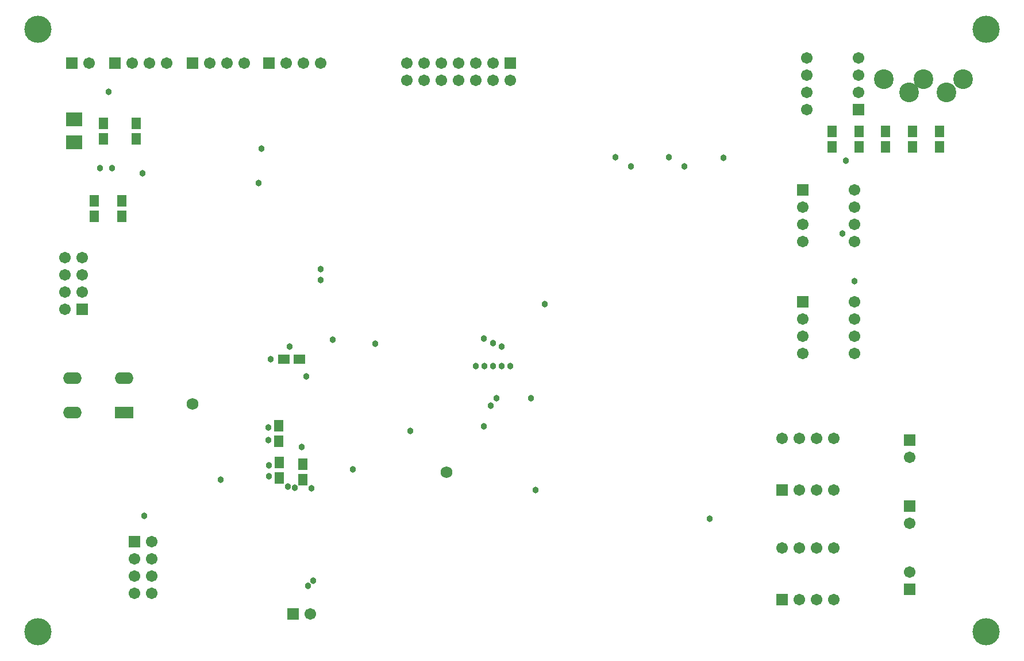
<source format=gbs>
G04 Layer_Color=16711935*
%FSLAX25Y25*%
%MOIN*%
G70*
G01*
G75*
%ADD43R,0.05800X0.06800*%
%ADD45R,0.06800X0.05800*%
%ADD52R,0.09800X0.08300*%
%ADD58C,0.15800*%
%ADD59C,0.06706*%
%ADD60R,0.06706X0.06706*%
%ADD61R,0.10800X0.06800*%
%ADD62O,0.10800X0.06800*%
%ADD63C,0.06800*%
%ADD64R,0.06706X0.06706*%
%ADD65C,0.11450*%
%ADD66C,0.03800*%
D43*
X163000Y420140D02*
D03*
Y411140D02*
D03*
X182000Y420140D02*
D03*
Y411140D02*
D03*
X173500Y375140D02*
D03*
Y366140D02*
D03*
X157500Y375140D02*
D03*
Y366140D02*
D03*
X585500Y406640D02*
D03*
Y415640D02*
D03*
X601125D02*
D03*
Y406640D02*
D03*
X632375Y415640D02*
D03*
Y406640D02*
D03*
X616750Y415640D02*
D03*
Y406640D02*
D03*
X648000D02*
D03*
Y415640D02*
D03*
X264500Y235640D02*
D03*
Y244640D02*
D03*
X278500Y222140D02*
D03*
Y213140D02*
D03*
X265000Y214140D02*
D03*
Y223140D02*
D03*
D45*
X267500Y283140D02*
D03*
X276500D02*
D03*
D52*
X146000Y422640D02*
D03*
Y409140D02*
D03*
D58*
X675000Y475000D02*
D03*
Y125000D02*
D03*
X125000D02*
D03*
Y475000D02*
D03*
D59*
X140500Y342140D02*
D03*
X150500D02*
D03*
X140500Y332140D02*
D03*
X150500D02*
D03*
X140500Y322140D02*
D03*
X150500D02*
D03*
X140500Y312140D02*
D03*
X283000Y135140D02*
D03*
X630500Y226140D02*
D03*
X154500Y455140D02*
D03*
X630500Y159640D02*
D03*
Y187890D02*
D03*
X289000Y455140D02*
D03*
X279000D02*
D03*
X269000D02*
D03*
X244500D02*
D03*
X234500D02*
D03*
X224500D02*
D03*
X199500D02*
D03*
X189500D02*
D03*
X179500D02*
D03*
X601000Y438140D02*
D03*
Y448140D02*
D03*
Y458140D02*
D03*
X571000Y428140D02*
D03*
Y438140D02*
D03*
Y448140D02*
D03*
Y458140D02*
D03*
X568500Y306640D02*
D03*
Y296640D02*
D03*
Y286640D02*
D03*
X598500Y316640D02*
D03*
Y306640D02*
D03*
Y296640D02*
D03*
Y286640D02*
D03*
X568500Y371640D02*
D03*
Y361640D02*
D03*
Y351640D02*
D03*
X598500Y381640D02*
D03*
Y371640D02*
D03*
Y361640D02*
D03*
Y351640D02*
D03*
X566500Y143640D02*
D03*
X576500D02*
D03*
X586500D02*
D03*
X556500Y173640D02*
D03*
X566500D02*
D03*
X576500D02*
D03*
X586500D02*
D03*
X566500Y207140D02*
D03*
X576500D02*
D03*
X586500D02*
D03*
X556500Y237140D02*
D03*
X566500D02*
D03*
X576500D02*
D03*
X586500D02*
D03*
X191000Y147140D02*
D03*
X181000D02*
D03*
X191000Y157140D02*
D03*
X181000D02*
D03*
X191000Y167140D02*
D03*
X181000D02*
D03*
X191000Y177140D02*
D03*
X399000Y445140D02*
D03*
X389000Y455140D02*
D03*
Y445140D02*
D03*
X379000Y455140D02*
D03*
Y445140D02*
D03*
X369000Y455140D02*
D03*
Y445140D02*
D03*
X359000Y455140D02*
D03*
Y445140D02*
D03*
X349000Y455140D02*
D03*
Y445140D02*
D03*
X339000Y455140D02*
D03*
Y445140D02*
D03*
D60*
X150500Y312140D02*
D03*
X630500Y236140D02*
D03*
Y149640D02*
D03*
Y197890D02*
D03*
X556500Y143640D02*
D03*
Y207140D02*
D03*
X181000Y177140D02*
D03*
D61*
X175000Y252140D02*
D03*
D62*
X145000D02*
D03*
Y272140D02*
D03*
X175000D02*
D03*
D63*
X214500Y257140D02*
D03*
X362000Y217640D02*
D03*
D64*
X273000Y135140D02*
D03*
X144500Y455140D02*
D03*
X259000D02*
D03*
X214500D02*
D03*
X169500D02*
D03*
X601000Y428140D02*
D03*
X568500Y316640D02*
D03*
Y381640D02*
D03*
X399000Y455140D02*
D03*
D65*
X661600Y445840D02*
D03*
X615600D02*
D03*
X638600D02*
D03*
X652000Y438140D02*
D03*
X630200D02*
D03*
D66*
X289000Y335640D02*
D03*
X288800Y329140D02*
D03*
X274000Y208640D02*
D03*
X270000Y209140D02*
D03*
X383500Y244140D02*
D03*
X469000Y395140D02*
D03*
X260000Y283140D02*
D03*
X258500Y236140D02*
D03*
Y243640D02*
D03*
X283500Y208140D02*
D03*
X394000Y290640D02*
D03*
X389000Y292640D02*
D03*
X383500Y295140D02*
D03*
X161000Y394140D02*
D03*
X168000D02*
D03*
X254500Y405640D02*
D03*
X185500Y391140D02*
D03*
X379000Y279140D02*
D03*
X166000Y438640D02*
D03*
X384000Y279140D02*
D03*
X394000D02*
D03*
X389000D02*
D03*
X399000D02*
D03*
X253000Y385640D02*
D03*
X460000Y400640D02*
D03*
X491000D02*
D03*
X522500Y400140D02*
D03*
X593500Y398640D02*
D03*
X591500Y356140D02*
D03*
X598500Y328640D02*
D03*
X391000Y260640D02*
D03*
X411000D02*
D03*
X284500Y154640D02*
D03*
X281500Y151640D02*
D03*
X500000Y395140D02*
D03*
X413500Y207140D02*
D03*
X514500Y190640D02*
D03*
X296000Y294640D02*
D03*
X320500Y292140D02*
D03*
X259000Y215140D02*
D03*
Y221640D02*
D03*
X270990Y290650D02*
D03*
X280600Y273140D02*
D03*
X278000Y232140D02*
D03*
X419000Y315140D02*
D03*
X387500Y256140D02*
D03*
X341000Y241640D02*
D03*
X307500Y219140D02*
D03*
X231000Y213140D02*
D03*
X186500Y192140D02*
D03*
M02*

</source>
